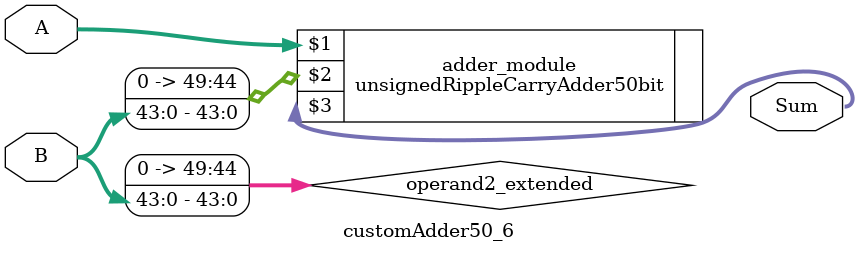
<source format=v>
module customAdder50_6(
                        input [49 : 0] A,
                        input [43 : 0] B,
                        
                        output [50 : 0] Sum
                );

        wire [49 : 0] operand2_extended;
        
        assign operand2_extended =  {6'b0, B};
        
        unsignedRippleCarryAdder50bit adder_module(
            A,
            operand2_extended,
            Sum
        );
        
        endmodule
        
</source>
